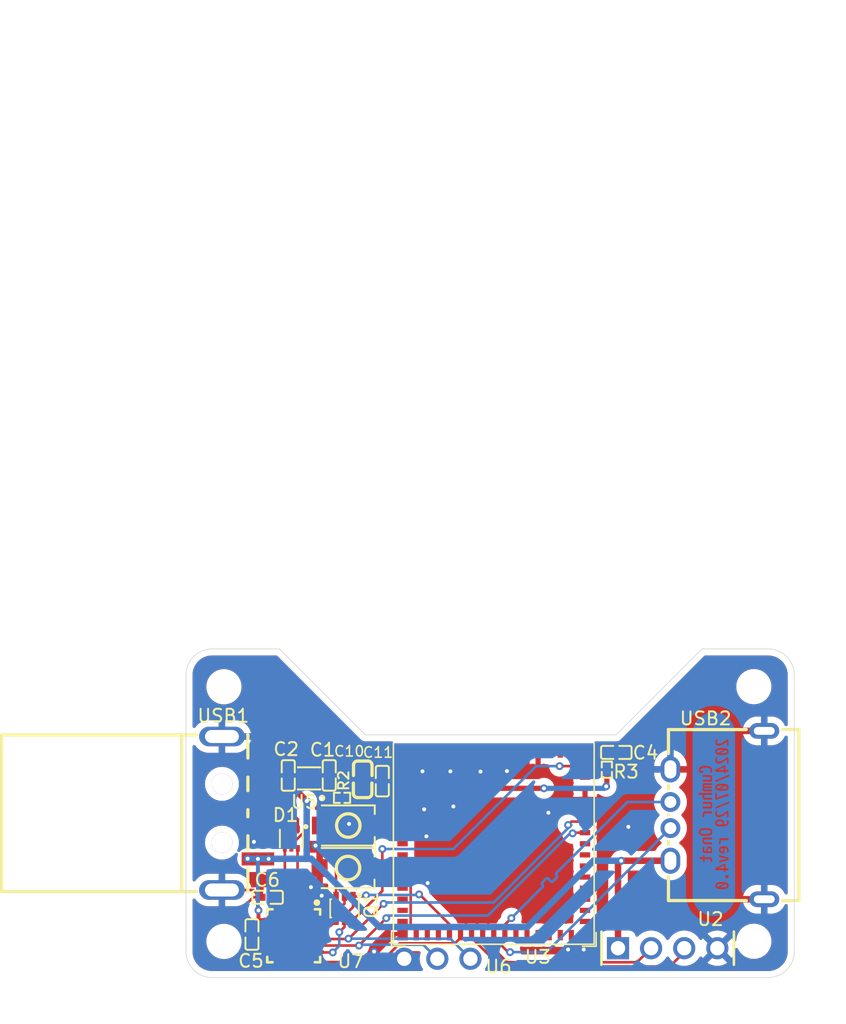
<source format=kicad_pcb>
(kicad_pcb (version 20240108) (generator "pcbnew") (generator_version "8.0")
  (layers (0 "F.Cu" signal) (31 "B.Cu" signal) (34 "B.Paste" user) (35 "F.Paste" user) (36 "B.SilkS" user "B.Silkscreen") (37 "F.SilkS" user "F.Silkscreen") (38 "B.Mask" user) (39 "F.Mask" user) (44 "Edge.Cuts" user))
  (net 0 "")
  (net 1 "3V3")
  (net 2 "GND")
  (net 3 "VBUS")
  (net 4 "RESET")
  (net 5 "Net-(U7-V3)")
  (net 6 "RTS")
  (net 7 "DTR")
  (net 8 "PCD+")
  (net 9 "PCD-")
  (net 11 "CTS")
  (net 12 "CNCD+")
  (net 14 "CNCD-")
  (net 15 "BOOT")
  (net 16 "U0TX")
  (net 19 "U0RX")
  (net 22 "PCDIN+")
  (net 23 "PCDIN-")
  (net 29 "U1TX")
  (net 30 "U1RX")
  (footprint "MountingHole:MountingHole_2.2mm_M2_DIN965" (layer "F.Cu") (at 160.9 50.26)
    (property "Reference" "H1" (hide yes))
    (property "Value" "MountingHole")
  )
  (footprint "dongle:HDR-TH_3P-P2.54-V-M-1" (layer "F.Cu") (at 136.62 71.11 180)
    (property "Reference" "U6")
    (property "Value" "2.54-1*3")
  )
  (footprint "dongle:SOT-666-6_L1.6-W1.2-P0.50-LS1.6-BL" (layer "F.Cu") (at 125.4225 61.9 180)
    (property "Reference" "D1")
    (property "Value" "USBLC6-2P6_C2827693")
  )
  (footprint "dongle:C0402" (layer "F.Cu") (at 122.4 69.25 -90)
    (property "Reference" "C5")
    (property "Value" "1uF")
  )
  (footprint "dongle:SOT-363_L2.0-W1.3-P0.65-LS2.1-TL" (layer "F.Cu") (at 129.5 67.25 -90)
    (property "Reference" "Q1")
    (property "Value" "MUN5214DW1T1G")
  )
  (footprint "MountingHole:MountingHole_2.2mm_M2_DIN965" (layer "F.Cu") (at 120.25 50.27)
    (property "Reference" "H2" (hide yes))
    (property "Value" "MountingHole")
  )
  (footprint "dongle:C0402" (layer "F.Cu") (at 150.35 55.3)
    (property "Reference" "C4")
    (property "Value" "1uF")
  )
  (footprint "dongle:USB-A-TH_XUBF-1063D-0311" (layer "F.Cu") (at 158.1 60.1 90)
    (property "Reference" "USB2")
    (property "Value" "XUBF-1063D-0311")
  )
  (footprint "dongle:C0402" (layer "F.Cu") (at 123.6 66.4)
    (property "Reference" "C6")
    (property "Value" "100nF")
  )
  (footprint "dongle:USB-SMD_AM180CB" (layer "F.Cu") (at 121.4775 59.96 -90)
    (property "Reference" "USB1")
    (property "Value" "AM 180°CB")
  )
  (footprint "dongle:HDR-TH_4P-P2.54-V-M-1" (layer "F.Cu") (at 154.29 70.3)
    (property "Reference" "U2")
    (property "Value" "2.54-1*4")
  )
  (footprint "dongle:QFN-24_L4.0-W4.0-P0.50-BL-EP2.5" (layer "F.Cu") (at 125.6 69.3475 180)
    (property "Reference" "U7")
    (property "Value" "CH9102F")
  )
  (footprint "dongle:R0201" (layer "F.Cu") (at 129.31 58.78 180)
    (property "Reference" "R2")
    (property "Value" "1k")
  )
  (footprint "dongle:R0201" (layer "F.Cu") (at 149.625 56.625 -90)
    (property "Reference" "R3")
    (property "Value" "1k")
  )
  (footprint "dongle:onsemi-711AJ-03_2022-C-MFG" (layer "F.Cu") (at 126.779999 57.29 90)
    (property "Reference" "U5")
    (property "Value" "NCP167BMX330TBG")
  )
  (footprint "MountingHole:MountingHole_2.2mm_M2_DIN965" (layer "F.Cu") (at 160.9 69.77)
    (property "Reference" "H4" (hide yes))
    (property "Value" "MountingHole")
  )
  (footprint "dongle:C0603" (layer "F.Cu") (at 130.89 57.37 -90)
    (property "Reference" "C10")
    (property "Value" "22uF")
  )
  (footprint "dongle:C0402" (layer "F.Cu") (at 125.185 57.065 90)
    (property "Reference" "C2")
    (property "Value" "1uF")
  )
  (footprint "MountingHole:MountingHole_2.2mm_M2_DIN965" (layer "F.Cu") (at 120.25 69.78)
    (property "Reference" "H3" (hide yes))
    (property "Value" "MountingHole")
  )
  (footprint "dongle:SW-SMD_L3.9-W3.0-P4.45" (layer "F.Cu") (at 129.79 60.9 180)
    (property "Reference" "PRG2" (hide yes))
    (property "Value" "TS-1088-AR02016")
  )
  (footprint "dongle:C0402" (layer "F.Cu") (at 132.4 57.5 -90)
    (property "Reference" "C11")
    (property "Value" "100nF")
  )
  (footprint "dongle:ESP32-S3-MINI-1" (layer "F.Cu") (at 140.95 62.3)
    (property "Reference" "U3")
    (property "Value" "ESP32-S3-MINI-1")
  )
  (footprint "dongle:C0402" (layer "F.Cu") (at 128.33 57.06 90)
    (property "Reference" "C1")
    (property "Value" "1uF")
  )
  (footprint "dongle:SW-SMD_L3.9-W3.0-P4.45" (layer "F.Cu") (at 129.77 64.16 180)
    (property "Reference" "RST2" (hide yes))
    (property "Value" "TS-1088-AR02016")
  )
  (footprint "kibuzzard-66A861F5" (layer "B.Cu") (at 157.83 60.04 -90)
    (property "Reference" "kibuzzard-66A861F5" (hide yes))
    (property "Value" "G***" (hide yes))
  )
  (gr_line (start 117.34 70.55) (end 117.34 49.37) (stroke (width 0.05)) (layer "Edge.Cuts"))
  (gr_line (start 119.34 47.37) (end 124.52 47.37) (stroke (width 0.05)) (layer "Edge.Cuts"))
  (gr_arc (start 162 47.37) (mid 163.414214 47.955786) (end 164 49.37) (stroke (width 0.05)) (layer "Edge.Cuts"))
  (gr_line (start 164 49.37) (end 164 70.55) (stroke (width 0.05)) (layer "Edge.Cuts"))
  (gr_arc (start 164 70.55) (mid 163.414214 71.964214) (end 162 72.55) (stroke (width 0.05)) (layer "Edge.Cuts"))
  (gr_line (start 162 72.55) (end 119.34 72.55) (stroke (width 0.05)) (layer "Edge.Cuts"))
  (gr_arc (start 119.34 72.55) (mid 117.925786 71.964214) (end 117.34 70.55) (stroke (width 0.05)) (layer "Edge.Cuts"))
  (gr_line (start 131.1 53.95) (end 150.34 53.95) (stroke (width 0.05)) (layer "Edge.Cuts"))
  (gr_line (start 150.34 53.95) (end 156.92 47.37) (stroke (width 0.05)) (layer "Edge.Cuts"))
  (gr_line (start 156.92 47.37) (end 162 47.37) (stroke (width 0.05)) (layer "Edge.Cuts"))
  (gr_line (start 131.099633 53.949633) (end 124.52 47.37) (stroke (width 0.05)) (layer "Edge.Cuts"))
  (gr_arc (start 117.34 49.37) (mid 117.925786 47.955786) (end 119.34 47.37) (stroke (width 0.05)) (layer "Edge.Cuts"))
  (segment (start 129.06 58.8) (end 129.06 58.065) (width 0.2) (layer "F.Cu") (net 1))
  (segment (start 149.625 57.85) (end 149.625 56.865) (width 0.4) (layer "F.Cu") (net 1))
  (segment (start 128.78 58.05) (end 128.34 57.61) (width 0.4) (layer "F.Cu") (net 1))
  (segment (start 144.8 58.05) (end 131.7 58.05) (width 0.4) (layer "F.Cu") (net 1))
  (segment (start 129.075 58.05) (end 128.78 58.05) (width 0.4) (layer "F.Cu") (net 1))
  (segment (start 149.575 57.9) (end 149.625 57.85) (width 0.4) (layer "F.Cu") (net 1))
  (segment (start 128.335 57.615) (end 128.34 57.61) (width 0.4) (layer "F.Cu") (net 1))
  (segment (start 129.06 58.065) (end 129.075 58.05) (width 0.2) (layer "F.Cu") (net 1))
  (segment (start 131.7 58.05) (end 129.075 58.05) (width 0.4) (layer "F.Cu") (net 1))
  (via (at 149.575 57.9) (size 0.6) (drill 0.3) (layers "F.Cu" "B.Cu") (net 1))
  (via (at 144.8 58.05) (size 0.6) (drill 0.3) (layers "F.Cu" "B.Cu") (net 1))
  (segment (start 149.425 58.05) (end 144.8 58.05) (width 0.4) (layer "B.Cu") (net 1))
  (segment (start 149.575 57.9) (end 149.425 58.05) (width 0.4) (layer "B.Cu") (net 1))
  (segment (start 122.5 66.4) (end 123.05 66.4) (width 0.2) (layer "F.Cu") (net 2))
  (segment (start 133.95 68.677) (end 134.577 68.677) (width 0.2) (layer "F.Cu") (net 2))
  (segment (start 125.4225 61.15) (end 125.4225 61.6) (width 0.2) (layer "F.Cu") (net 2))
  (segment (start 124.8725 62.15) (end 122.55 62.15) (width 0.2) (layer "F.Cu") (net 2))
  (segment (start 122.5 66.4) (end 121.95 66.95) (width 0.2) (layer "F.Cu") (net 2))
  (segment (start 122.49 65.84) (end 123.05 66.4) (width 0.2) (layer "F.Cu") (net 2))
  (segment (start 126.35 66.2) (end 126.925 65.625) (width 0.28) (layer "F.Cu") (net 2))
  (segment (start 134.577 68.677) (end 134.577 65.253) (width 0.2) (layer "F.Cu") (net 2))
  (segment (start 125.4225 61.6) (end 124.8725 62.15) (width 0.2) (layer "F.Cu") (net 2))
  (segment (start 128.34 56.51) (end 127.56 56.51) (width 0.508) (layer "F.Cu") (net 2))
  (segment (start 127.56 56.51) (end 126.98 57.09) (width 0.508) (layer "F.Cu") (net 2))
  (segment (start 120.0975 65.84) (end 122.49 65.84) (width 0.2) (layer "F.Cu") (net 2))
  (segment (start 133.95 69.3) (end 133.95 68.677) (width 0.2) (layer "F.Cu") (net 2))
  (segment (start 134.577 65.253) (end 135.88 63.95) (width 0.2) (layer "F.Cu") (net 2))
  (segment (start 135.88 63.95) (end 139.3 63.95) (width 0.2) (layer "F.Cu") (net 2))
  (segment (start 133.73 70.76) (end 134.08 71.11) (width 0.2) (layer "F.Cu") (net 2))
  (segment (start 126.35 67.3975) (end 126.35 68.5975) (width 0.2) (layer "F.Cu") (net 2))
  (segment (start 126.35 67.3975) (end 126.35 66.2) (width 0.28) (layer "F.Cu") (net 2))
  (via (at 151.275 61) (size 0.6) (drill 0.3) (layers "F.Cu" "B.Cu") (net 2))
  (via (at 139.93 56.77) (size 0.6) (drill 0.3) (layers "F.Cu" "B.Cu") (net 2))
  (via (at 135.88 65.31) (size 0.6) (drill 0.3) (layers "F.Cu" "B.Cu") (net 2))
  (via (at 129.85 60.775) (size 0.6) (drill 0.3) (layers "F.Cu" "B.Cu") (net 2))
  (via (at 135.48 56.75) (size 0.6) (drill 0.3) (layers "F.Cu" "B.Cu") (net 2))
  (via (at 131.77 70.56) (size 0.6) (drill 0.3) (layers "F.Cu" "B.Cu") (net 2))
  (via (at 135.78 61.73) (size 0.6) (drill 0.3) (layers "F.Cu" "B.Cu") (net 2))
  (via (at 137.62 56.75) (size 0.6) (drill 0.3) (layers "F.Cu" "B.Cu") (net 2))
  (via (at 147.85 70.4) (size 0.6) (drill 0.3) (layers "F.Cu" "B.Cu") (net 2))
  (via (at 145.14 59.92) (size 0.6) (drill 0.3) (layers "F.Cu" "B.Cu") (net 2))
  (via (at 122.55 62.15) (size 0.6) (drill 0.3) (layers "F.Cu" "B.Cu") (net 2))
  (via (at 127.7 58.85) (size 0.6) (drill 0.3) (layers "F.Cu" "B.Cu") (net 2))
  (via (at 126.925 65.625) (size 0.6) (drill 0.3) (layers "F.Cu" "B.Cu") (net 2))
  (via (at 127.75 66.28) (size 0.6) (drill 0.3) (layers "F.Cu" "B.Cu") (net 2))
  (via (at 127.277 62.44) (size 0.6) (drill 0.3) (layers "F.Cu" "B.Cu") (net 2))
  (via (at 146.65 70.4) (size 0.6) (drill 0.3) (layers "F.Cu" "B.Cu") (net 2))
  (via (at 135.61 59.66) (size 0.6) (drill 0.3) (layers "F.Cu" "B.Cu") (net 2))
  (via (at 141.96 56.73) (size 0.6) (drill 0.3) (layers "F.Cu" "B.Cu") (net 2))
  (via (at 137.85 59.44) (size 0.6) (drill 0.3) (layers "F.Cu" "B.Cu") (net 2))
  (segment (start 122.9 68.55) (end 122.55 68.55) (width 0.3) (layer "F.Cu") (net 3))
  (segment (start 126.6 59.03) (end 126.6 61.2) (width 0.2) (layer "F.Cu") (net 3))
  (segment (start 122.9 67.4) (end 122.9 68.05) (width 0.3) (layer "F.Cu") (net 3))
  (segment (start 122.9 68.55) (end 122.9475 68.5975) (width 0.3) (layer "F.Cu") (net 3))
  (segment (start 125.4225 62.3775) (end 125.4225 62.65) (width 0.2) (layer "F.Cu") (net 3))
  (segment (start 125.835 56.965) (end 126.375 56.965) (width 0.254) (layer "F.Cu") (net 3))
  (segment (start 122.9475 68.0975) (end 122.9 68.05) (width 0.2) (layer "F.Cu") (net 3))
  (segment (start 122.55 68.55) (end 122.4 68.7) (width 0.3) (layer "F.Cu") (net 3))
  (segment (start 126.6 59.03) (end 125.185 57.615) (width 0.5) (layer "F.Cu") (net 3))
  (segment (start 123.65 68.0975) (end 122.9475 68.0975) (width 0.2) (layer "F.Cu") (net 3))
  (segment (start 122.9 68.05) (end 122.9 68.55) (width 0.3) (layer "F.Cu") (net 3))
  (segment (start 150.48 63.845) (end 150.725 63.6) (width 0.5) (layer "F.Cu") (net 3))
  (segment (start 125.185 57.615) (end 126.375 57.615) (width 0.254) (layer "F.Cu") (net 3))
  (segment (start 122.9475 68.5975) (end 123.65 68.5975) (width 0.3) (layer "F.Cu") (net 3))
  (segment (start 125.185 57.615) (end 125.835 56.965) (width 0.254) (layer "F.Cu") (net 3))
  (segment (start 123.65 68.0975) (end 123.65 68.5975) (width 0.2) (layer "F.Cu") (net 3))
  (segment (start 150.48 70.6) (end 150.48 63.845) (width 0.5) (layer "F.Cu") (net 3))
  (segment (start 150.725 63.6) (end 154.5 63.6) (width 0.5) (layer "F.Cu") (net 3))
  (segment (start 126.6 61.2) (end 125.4225 62.3775) (width 0.2) (layer "F.Cu") (net 3))
  (via (at 122.07 63.44) (size 0.6) (drill 0.3) (layers "F.Cu" "B.Cu") (net 3))
  (via (at 150.725 63.6) (size 0.6) (drill 0.3) (layers "F.Cu" "B.Cu") (net 3))
  (via (at 122.9 67.4) (size 0.6) (drill 0.3) (layers "F.Cu" "B.Cu") (net 3))
  (via (at 123.68 63.45) (size 0.6) (drill 0.3) (layers "F.Cu" "B.Cu") (net 3))
  (via (at 122.8575 63.46) (size 0.6) (drill 0.3) (layers "F.Cu" "B.Cu") (net 3))
  (via (at 126.6 59.03) (size 0.6) (drill 0.3) (layers "F.Cu" "B.Cu") (net 3))
  (segment (start 127 63.5) (end 126.95 63.45) (width 0.5) (layer "B.Cu") (net 3))
  (segment (start 122.9 67.4) (end 122.8575 67.3575) (width 0.3) (layer "B.Cu") (net 3))
  (segment (start 148.6 63.6) (end 150.725 63.6) (width 0.5) (layer "B.Cu") (net 3))
  (segment (start 132.177 68.677) (end 127 63.5) (width 0.5) (layer "B.Cu") (net 3))
  (segment (start 122.08 63.45) (end 122.07 63.44) (width 0.5) (layer "B.Cu") (net 3))
  (segment (start 126.95 63.45) (end 123.68 63.45) (width 0.5) (layer "B.Cu") (net 3))
  (segment (start 143.523 68.677) (end 148.6 63.6) (width 0.5) (layer "B.Cu") (net 3))
  (segment (start 126.6 63.45) (end 126.6 59.03) (width 0.5) (layer "B.Cu") (net 3))
  (segment (start 122.8575 67.3575) (end 122.8575 63.46) (width 0.3) (layer "B.Cu") (net 3))
  (segment (start 143.523 68.677) (end 132.177 68.677) (width 0.5) (layer "B.Cu") (net 3))
  (segment (start 123.68 63.45) (end 122.08 63.45) (width 0.5) (layer "B.Cu") (net 3))
  (segment (start 147.97 56.37) (end 147.95 56.35) (width 0.2) (layer "F.Cu") (net 4))
  (segment (start 149.7 56.37) (end 147.97 56.37) (width 0.2) (layer "F.Cu") (net 4))
  (segment (start 146 56.35) (end 147.95 56.35) (width 0.2) (layer "F.Cu") (net 4))
  (segment (start 149.625 56.385) (end 149.625 55.475) (width 0.2) (layer "F.Cu") (net 4))
  (segment (start 132.4 65.92) (end 130.15 68.17) (width 0.2) (layer "F.Cu") (net 4))
  (segment (start 132.4 62.7) (end 132.4 65.92) (width 0.2) (layer "F.Cu") (net 4))
  (segment (start 149.625 55.475) (end 149.8 55.3) (width 0.2) (layer "F.Cu") (net 4))
  (via (at 132.4 62.7) (size 0.6) (drill 0.3) (layers "F.Cu" "B.Cu") (net 4))
  (via (at 146 56.35) (size 0.6) (drill 0.3) (layers "F.Cu" "B.Cu") (net 4))
  (segment (start 144.2 56.35) (end 137.85 62.7) (width 0.2) (layer "B.Cu") (net 4))
  (segment (start 146 56.35) (end 144.2 56.35) (width 0.2) (layer "B.Cu") (net 4))
  (segment (start 137.85 62.7) (end 132.4 62.7) (width 0.2) (layer "B.Cu") (net 4))
  (segment (start 124.15 66.4) (end 124.35 66.6) (width 0.2) (layer "F.Cu") (net 5))
  (segment (start 124.35 66.6) (end 124.35 67.3975) (width 0.2) (layer "F.Cu") (net 5))
  (segment (start 124.35 67.3975) (end 124.85 67.3975) (width 0.2) (layer "F.Cu") (net 5))
  (segment (start 131.07 66.33) (end 130.15 66.33) (width 0.2) (layer "F.Cu") (net 6))
  (segment (start 127.577 70.6245) (end 127.55 70.5975) (width 0.2) (layer "F.Cu") (net 6))
  (segment (start 129.5 68.6705) (end 129.1 69.0705) (width 0.2) (layer "F.Cu") (net 6))
  (segment (start 130.15 66.33) (end 130.15 67.156) (width 0.2) (layer "F.Cu") (net 6))
  (segment (start 129.5 68.17) (end 129.5 68.6705) (width 0.2) (layer "F.Cu") (net 6))
  (segment (start 130.15 67.156) (end 129.5 67.806) (width 0.2) (layer "F.Cu") (net 6))
  (segment (start 131.15 66.25) (end 131.07 66.33) (width 0.2) (layer "F.Cu") (net 6))
  (segment (start 135.26 66.18) (end 137.55 68.47) (width 0.2) (layer "F.Cu") (net 6))
  (segment (start 137.55 68.47) (end 137.55 69.3) (width 0.2) (layer "F.Cu") (net 6))
  (segment (start 128.6 70.6245) (end 127.577 70.6245) (width 0.2) (layer "F.Cu") (net 6))
  (segment (start 129.5 67.806) (end 129.5 68.17) (width 0.2) (layer "F.Cu") (net 6))
  (segment (start 135.22 66.18) (end 135.26 66.18) (width 0.2) (layer "F.Cu") (net 6))
  (via (at 135.22 66.18) (size 0.6) (drill 0.3) (layers "F.Cu" "B.Cu") (net 6))
  (via (at 128.6 70.6245) (size 0.6) (drill 0.3) (layers "F.Cu" "B.Cu") (net 6))
  (via (at 129.1 69.0705) (size 0.6) (drill 0.3) (layers "F.Cu" "B.Cu") (net 6))
  (via (at 131.15 66.25) (size 0.6) (drill 0.3) (layers "F.Cu" "B.Cu") (net 6))
  (segment (start 129.1 69.0705) (end 129.1 70.1245) (width 0.2) (layer "B.Cu") (net 6))
  (segment (start 129.1 70.1245) (end 128.6 70.6245) (width 0.2) (layer "B.Cu") (net 6))
  (segment (start 135.18 66.22) (end 131.18 66.22) (width 0.2) (layer "B.Cu") (net 6))
  (segment (start 135.22 66.18) (end 135.18 66.22) (width 0.2) (layer "B.Cu") (net 6))
  (segment (start 131.18 66.22) (end 131.15 66.25) (width 0.2) (layer "B.Cu") (net 6))
  (segment (start 127.55 68.5975) (end 128.4225 68.5975) (width 0.2) (layer "F.Cu") (net 7))
  (segment (start 128.85 68.17) (end 128.85 67.53) (width 0.2) (layer "F.Cu") (net 7))
  (segment (start 129.5 66.88) (end 129.5 66.33) (width 0.2) (layer "F.Cu") (net 7))
  (segment (start 128.4225 68.5975) (end 128.85 68.17) (width 0.2) (layer "F.Cu") (net 7))
  (segment (start 128.85 67.53) (end 129.5 66.88) (width 0.2) (layer "F.Cu") (net 7))
  (segment (start 125.9225 62.65) (end 125.9 62.6725) (width 0.2) (layer "F.Cu") (net 8))
  (segment (start 125.9 67.3475) (end 125.85 67.3975) (width 0.2) (layer "F.Cu") (net 8))
  (segment (start 125.9 62.6725) (end 125.9 67.3475) (width 0.2) (layer "F.Cu") (net 8))
  (segment (start 125.35 65.5) (end 124.9225 65.0725) (width 0.2) (layer "F.Cu") (net 9))
  (segment (start 125.35 67.3975) (end 125.35 65.5) (width 0.2) (layer "F.Cu") (net 9))
  (segment (start 124.9225 65.0725) (end 124.9225 62.65) (width 0.2) (layer "F.Cu") (net 9))
  (segment (start 138.4 69.504) (end 138.4 69.3) (width 0.2) (layer "F.Cu") (net 11))
  (segment (start 132.306891 71.36) (end 133.739891 69.927) (width 0.2) (layer "F.Cu") (net 11))
  (segment (start 126.9125 71.36) (end 132.306891 71.36) (width 0.2) (layer "F.Cu") (net 11))
  (segment (start 126.85 71.2975) (end 126.9125 71.36) (width 0.2) (layer "F.Cu") (net 11))
  (segment (start 137.977 69.927) (end 138.4 69.504) (width 0.2) (layer "F.Cu") (net 11))
  (segment (start 133.739891 69.927) (end 137.977 69.927) (width 0.2) (layer "F.Cu") (net 11))
  (segment (start 141.8 69.3) (end 141.8 68.5) (width 0.2) (layer "F.Cu") (net 12))
  (segment (start 141.8 68.5) (end 142.3 68) (width 0.2) (layer "F.Cu") (net 12))
  (via (at 142.3 68) (size 0.6) (drill 0.3) (layers "F.Cu" "B.Cu") (net 12))
  (segment (start 144.678755 65.253551) (end 144.947457 64.98485) (width 0.2) (layer "B.Cu") (net 12))
  (segment (start 145.131305 64.98485) (end 145.223229 65.076774) (width 0.2) (layer "B.Cu") (net 12))
  (segment (start 146.0364 64.263599) (end 146.413211 63.886789) (width 0.2) (layer "B.Cu") (net 12))
  (segment (start 145.223228 65.076772) (end 145.315151 65.168695) (width 0.2) (layer "B.Cu") (net 12))
  (segment (start 145.767699 64.532298) (end 146.0364 64.263599) (width 0.2) (layer "B.Cu") (net 12))
  (segment (start 145.498999 65.168695) (end 145.767699 64.899994) (width 0.2) (layer "B.Cu") (net 12))
  (segment (start 142.3 68) (end 144.678755 65.621245) (width 0.2) (layer "B.Cu") (net 12))
  (segment (start 146.413211 63.886789) (end 151.2 59.1) (width 0.2) (layer "B.Cu") (net 12))
  (segment (start 145.223229 65.076774) (end 145.223228 65.076772) (width 0.2) (layer "B.Cu") (net 12))
  (segment (start 151.2 59.1) (end 154.5 59.1) (width 0.2) (layer "B.Cu") (net 12))
  (arc (start 145.767699 64.716146) (mid 145.729623 64.624222) (end 145.767699 64.532298) (width 0.2) (layer "B.Cu") (net 12))
  (arc (start 145.767699 64.899994) (mid 145.805775 64.80807) (end 145.767699 64.716146) (width 0.2) (layer "B.Cu") (net 12))
  (arc (start 144.678755 65.621245) (mid 144.716832 65.529321) (end 144.678756 65.437397) (width 0.2) (layer "B.Cu") (net 12))
  (arc (start 144.947457 64.98485) (mid 145.039381 64.946774) (end 145.131305 64.98485) (width 0.2) (layer "B.Cu") (net 12))
  (arc (start 145.315151 65.168695) (mid 145.407075 65.206771) (end 145.498999 65.168695) (width 0.2) (layer "B.Cu") (net 12))
  (arc (start 144.678756 65.437397) (mid 144.64068 65.345474) (end 144.678755 65.253551) (width 0.2) (layer "B.Cu") (net 12))
  (segment (start 142.05 70.6) (end 142.2 70.6) (width 0.2) (layer "F.Cu") (net 14))
  (segment (start 140.95 69.3) (end 140.95 69.5) (width 0.2) (layer "F.Cu") (net 14))
  (segment (start 140.95 69.5) (end 142.05 70.6) (width 0.2) (layer "F.Cu") (net 14))
  (via (at 142.2 70.6) (size 0.6) (drill 0.3) (layers "F.Cu" "B.Cu") (net 14))
  (segment (start 142.2 70.6) (end 145 70.6) (width 0.2) (layer "B.Cu") (net 14))
  (segment (start 145 70.6) (end 154.5 61.1) (width 0.2) (layer "B.Cu") (net 14))
  (segment (start 132.05 60.715) (end 132.05 58.8) (width 0.2) (layer "F.Cu") (net 15))
  (segment (start 132.05 58.8) (end 133.85 58.8) (width 0.2) (layer "F.Cu") (net 15))
  (segment (start 129.54 58.8) (end 132.05 58.8) (width 0.2) (layer "F.Cu") (net 15))
  (segment (start 132.03 60.8) (end 132.03 60.735) (width 0.2) (layer "F.Cu") (net 15))
  (segment (start 133.85 58.8) (end 133.95 58.9) (width 0.2) (layer "F.Cu") (net 15))
  (segment (start 128.85 66.33) (end 128.85 63.98) (width 0.2) (layer "F.Cu") (net 15))
  (segment (start 132.03 60.735) (end 132.05 60.715) (width 0.2) (layer "F.Cu") (net 15))
  (segment (start 128.85 63.98) (end 132.03 60.8) (width 0.2) (layer "F.Cu") (net 15))
  (segment (start 147 61.5) (end 147.05 61.45) (width 0.2) (layer "F.Cu") (net 16))
  (segment (start 132.7 68) (end 130.6025 70.0975) (width 0.2) (layer "F.Cu") (net 16))
  (segment (start 130.6025 70.0975) (end 127.55 70.0975) (width 0.2) (layer "F.Cu") (net 16))
  (segment (start 147.05 61.45) (end 147.95 61.45) (width 0.2) (layer "F.Cu") (net 16))
  (via (at 132.7 68) (size 0.6) (drill 0.3) (layers "F.Cu" "B.Cu") (net 16))
  (via (at 130.61 70.0975) (size 0.6) (drill 0.3) (layers "F.Cu" "B.Cu") (net 16))
  (via (at 147 61.5) (size 0.6) (drill 0.3) (layers "F.Cu" "B.Cu") (net 16))
  (segment (start 132.7 68) (end 132.9 67.8) (width 0.2) (layer "B.Cu") (net 16))
  (segment (start 132.9 67.8) (end 140.5 67.8) (width 0.2) (layer "B.Cu") (net 16))
  (segment (start 140.5 67.8) (end 146.8 61.5) (width 0.2) (layer "B.Cu") (net 16))
  (segment (start 136.62 71.11) (end 135.543 70.033) (width 0.2) (layer "B.Cu") (net 16))
  (segment (start 135.543 70.033) (end 130.6745 70.033) (width 0.2) (layer "B.Cu") (net 16))
  (segment (start 130.6745 70.033) (end 130.61 70.0975) (width 0.2) (layer "B.Cu") (net 16))
  (segment (start 146.8 61.5) (end 147 61.5) (width 0.2) (layer "B.Cu") (net 16))
  (segment (start 146.913641 60.6) (end 146.651873 60.861768) (width 0.2) (layer "F.Cu") (net 19))
  (segment (start 147.95 60.6) (end 146.913641 60.6) (width 0.2) (layer "F.Cu") (net 19))
  (segment (start 138.52 70.88) (end 138.52 71.04) (width 0.2) (layer "F.Cu") (net 19))
  (segment (start 129.8025 69.5975) (end 127.55 69.5975) (width 0.2) (layer "F.Cu") (net 19))
  (segment (start 132.5 66.9) (end 129.8025 69.5975) (width 0.2) (layer "F.Cu") (net 19))
  (via (at 146.651873 60.861768) (size 0.6) (drill 0.3) (layers "F.Cu" "B.Cu") (net 19))
  (via (at 132.5 66.9) (size 0.6) (drill 0.3) (layers "F.Cu" "B.Cu") (net 19))
  (via (at 129.8 69.5705) (size 0.6) (drill 0.3) (layers "F.Cu" "B.Cu") (net 19))
  (segment (start 139.16 71.11) (end 137.6205 69.5705) (width 0.2) (layer "B.Cu") (net 19))
  (segment (start 140.954709 66.8) (end 146.892941 60.861768) (width 0.2) (layer "B.Cu") (net 19))
  (segment (start 137.6205 69.5705) (end 129.8 69.5705) (width 0.2) (layer "B.Cu") (net 19))
  (segment (start 146.892941 60.861768) (end 146.651873 60.861768) (width 0.2) (layer "B.Cu") (net 19))
  (segment (start 132.6 66.8) (end 140.954709 66.8) (width 0.2) (layer "B.Cu") (net 19))
  (segment (start 132.5 66.9) (end 132.6 66.8) (width 0.2) (layer "B.Cu") (net 19))
  (segment (start 125.9225 61.15) (end 125.9225 60.4225) (width 0.2) (layer "F.Cu") (net 22))
  (segment (start 125.9225 61.15) (end 125.9225 61.415052) (width 0.2) (layer "F.Cu") (net 22))
  (segment (start 125.9225 60.4225) (end 124.46 58.96) (width 0.2) (layer "F.Cu") (net 22))
  (segment (start 124.46 58.96) (end 122.8575 58.96) (width 0.2) (layer "F.Cu") (net 22))
  (segment (start 122.8575 60.4425) (end 122.8575 60.96) (width 0.2) (layer "F.Cu") (net 23))
  (segment (start 123.3 60) (end 122.8575 60.4425) (width 0.2) (layer "F.Cu") (net 23))
  (segment (start 124.9225 60.3825) (end 124.54 60) (width 0.2) (layer "F.Cu") (net 23))
  (segment (start 124.54 60) (end 123.3 60) (width 0.2) (layer "F.Cu") (net 23))
  (segment (start 124.9225 61.15) (end 124.9225 60.3825) (width 0.2) (layer "F.Cu") (net 23))
  (segment (start 139.25 69.3) (end 139.25 69.5) (width 0.2) (layer "F.Cu") (net 29))
  (segment (start 139.25 69.5) (end 141.454 71.704) (width 0.2) (layer "F.Cu") (net 29))
  (segment (start 141.454 71.704) (end 154.456 71.704) (width 0.2) (layer "F.Cu") (net 29))
  (segment (start 154.456 71.704) (end 155.56 70.6) (width 0.2) (layer "F.Cu") (net 29))
  (segment (start 141.977 71.377) (end 151.943 71.377) (width 0.2) (layer "F.Cu") (net 30))
  (segment (start 151.943 71.377) (end 153.02 70.3) (width 0.2) (layer "F.Cu") (net 30))
  (segment (start 140.1 69.5) (end 141.977 71.377) (width 0.2) (layer "F.Cu") (net 30))
  (segment (start 140.1 69.3) (end 140.1 69.5) (width 0.2) (layer "F.Cu") (net 30))
  (zone (net 1) (net_name "3V3") (layer "F.Cu") (priority 2) (connect_pads yes (clearance 0.0254)) (min_thickness 0.0254) (fill yes (thermal_gap 0.0254) (thermal_bridge_width 0.0254) (island_removal_mode 1) (island_area_min 9.999999))
    (polygon (pts (xy 128.09 57.23) (xy 127.36 57.49) (xy 127.2 57.74) (xy 128.09 58.01)))
  )
  (zone (net 2) (net_name "GND") (layer "F.Cu") (connect_pads (clearance 0.5)) (min_thickness 0.25) (fill yes (thermal_gap 0.5) (thermal_bridge_width 0.5))
    (polygon (pts (xy 106.462337 46.137794) (xy 167.976338 46.173632) (xy 167.778349 74.788268) (xy 104.77 74.89) (xy 105.9 47.15)))
  )
  (zone (net 2) (net_name "GND") (layer "B.Cu") (priority 1) (connect_pads (clearance 0.5)) (min_thickness 0.25) (fill yes (thermal_gap 0.5) (thermal_bridge_width 0.5))
    (polygon (pts (xy 104.77 46.72) (xy 166.132152 46.52669) (xy 166.601018 76.085214) (xy 103.68 76.12)))
  )
)
</source>
